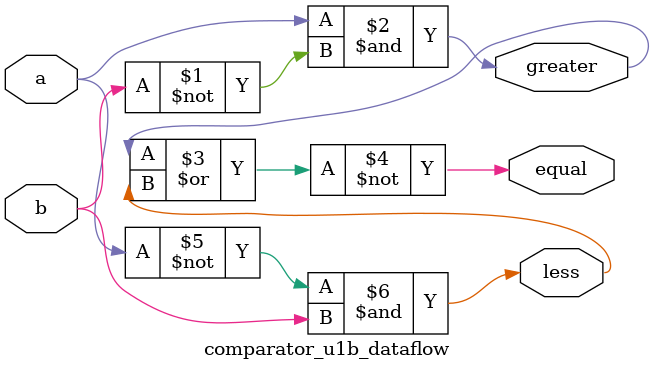
<source format=v>
module comparator_u1b_dataflow(greater, equal, less, a, b);

    output greater, equal, less;
    input a, b;
    
    assign greater = a & ~b;
    assign equal = ~(greater | less);
    assign less = ~a & b;

endmodule
</source>
